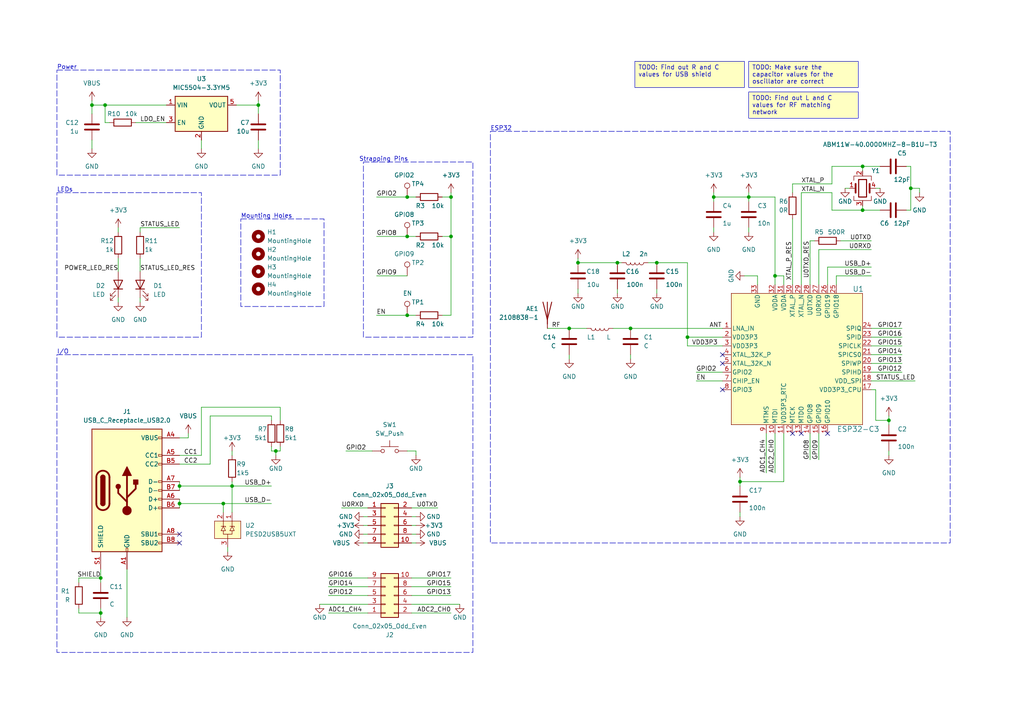
<source format=kicad_sch>
(kicad_sch (version 20230121) (generator eeschema)
  (paper "A4")
  (lib_symbols
    (symbol "Connector:TestPoint" (pin_numbers hide) (pin_names (offset 0.762) hide)
      (property "Reference" "TP" (at 0 6.858 0))
      (property "Value" "TestPoint" (at 0 5.08 0))
      (symbol "TestPoint_0_1"
        (circle (center 0 3.302) (radius 0.762))
      )
      (symbol "TestPoint_1_1"
        (pin passive line (at 0 0 90) (length 2.54) (name "1") (number "1"))
      )
    )
    (symbol "Connector:USB_C_Receptacle_USB2.0" (pin_names (offset 1.016))
      (property "Reference" "J" (at -10.16 19.05 0))
      (property "Value" "USB_C_Receptacle_USB2.0" (at 19.05 19.05 0))
      (symbol "USB_C_Receptacle_USB2.0_0_0"
        (rectangle (start -0.254 -17.78) (end 0.254 -16.764))
        (rectangle (start 10.16 -14.986) (end 9.144 -15.494))
        (rectangle (start 10.16 -12.446) (end 9.144 -12.954))
        (rectangle (start 10.16 -4.826) (end 9.144 -5.334))
        (rectangle (start 10.16 -2.286) (end 9.144 -2.794))
        (rectangle (start 10.16 0.254) (end 9.144 -0.254))
        (rectangle (start 10.16 2.794) (end 9.144 2.286))
        (rectangle (start 10.16 7.874) (end 9.144 7.366))
        (rectangle (start 10.16 10.414) (end 9.144 9.906))
        (rectangle (start 10.16 15.494) (end 9.144 14.986))
      )
      (symbol "USB_C_Receptacle_USB2.0_0_1"
        (rectangle (start -10.16 17.78) (end 10.16 -17.78) (stroke (width 0.254)) (fill (type background)))
        (arc (start -8.89 -3.81) (mid -6.985 -5.7067) (end -5.08 -3.81) (stroke (width 0.508)))
        (arc (start -7.62 -3.81) (mid -6.985 -4.4423) (end -6.35 -3.81) (stroke (width 0.254)))
        (arc (start -7.62 -3.81) (mid -6.985 -4.4423) (end -6.35 -3.81) (stroke (width 0.254)) (fill (type outline)))
        (rectangle (start -7.62 -3.81) (end -6.35 3.81) (stroke (width 0.254)) (fill (type outline)))
        (arc (start -6.35 3.81) (mid -6.985 4.4423) (end -7.62 3.81) (stroke (width 0.254)))
        (arc (start -6.35 3.81) (mid -6.985 4.4423) (end -7.62 3.81) (stroke (width 0.254)) (fill (type outline)))
        (arc (start -5.08 3.81) (mid -6.985 5.7067) (end -8.89 3.81) (stroke (width 0.508)))
        (circle (center -2.54 1.143) (radius 0.635) (stroke (width 0.254)) (fill (type outline)))
        (circle (center 0 -5.842) (radius 1.27) (fill (type outline)))
        (polyline (pts (xy -8.89 -3.81) (xy -8.89 3.81)) (stroke (width 0.508)))
        (polyline (pts (xy -5.08 3.81) (xy -5.08 -3.81)) (stroke (width 0.508)))
        (polyline (pts (xy 0 -5.842) (xy 0 4.318)) (stroke (width 0.508)))
        (polyline (pts (xy 0 -3.302) (xy -2.54 -0.762) (xy -2.54 0.508)) (stroke (width 0.508)))
        (polyline (pts (xy 0 -2.032) (xy 2.54 0.508) (xy 2.54 1.778)) (stroke (width 0.508)))
        (polyline (pts (xy -1.27 4.318) (xy 0 6.858) (xy 1.27 4.318) (xy -1.27 4.318)) (stroke (width 0.254)) (fill (type outline)))
        (rectangle (start 1.905 1.778) (end 3.175 3.048) (stroke (width 0.254)) (fill (type outline)))
      )
      (symbol "USB_C_Receptacle_USB2.0_1_1"
        (pin passive line (at 0 -22.86 90) (length 5.08) (name "GND") (number "A1"))
        (pin passive line (at 0 -22.86 90) (length 5.08) hide (name "GND") (number "A12"))
        (pin passive line (at 15.24 15.24 180) (length 5.08) (name "VBUS") (number "A4"))
        (pin bidirectional line (at 15.24 10.16 180) (length 5.08) (name "CC1") (number "A5"))
        (pin bidirectional line (at 15.24 -2.54 180) (length 5.08) (name "D+") (number "A6"))
        (pin bidirectional line (at 15.24 2.54 180) (length 5.08) (name "D-") (number "A7"))
        (pin bidirectional line (at 15.24 -12.7 180) (length 5.08) (name "SBU1") (number "A8"))
        (pin passive line (at 15.24 15.24 180) (length 5.08) hide (name "VBUS") (number "A9"))
        (pin passive line (at 0 -22.86 90) (length 5.08) hide (name "GND") (number "B1"))
        (pin passive line (at 0 -22.86 90) (length 5.08) hide (name "GND") (number "B12"))
        (pin passive line (at 15.24 15.24 180) (length 5.08) hide (name "VBUS") (number "B4"))
        (pin bidirectional line (at 15.24 7.62 180) (length 5.08) (name "CC2") (number "B5"))
        (pin bidirectional line (at 15.24 -5.08 180) (length 5.08) (name "D+") (number "B6"))
        (pin bidirectional line (at 15.24 0 180) (length 5.08) (name "D-") (number "B7"))
        (pin bidirectional line (at 15.24 -15.24 180) (length 5.08) (name "SBU2") (number "B8"))
        (pin passive line (at 15.24 15.24 180) (length 5.08) hide (name "VBUS") (number "B9"))
        (pin passive line (at -7.62 -22.86 90) (length 5.08) (name "SHIELD") (number "S1"))
      )
    )
    (symbol "Connector_Generic:Conn_02x05_Odd_Even" (pin_names (offset 1.016) hide)
      (property "Reference" "J" (at 1.27 7.62 0))
      (property "Value" "Conn_02x05_Odd_Even" (at 1.27 -7.62 0))
      (symbol "Conn_02x05_Odd_Even_1_1"
        (rectangle (start -1.27 -4.953) (end 0 -5.207) (stroke (width 0.1524)))
        (rectangle (start -1.27 -2.413) (end 0 -2.667) (stroke (width 0.1524)))
        (rectangle (start -1.27 0.127) (end 0 -0.127) (stroke (width 0.1524)))
        (rectangle (start -1.27 2.667) (end 0 2.413) (stroke (width 0.1524)))
        (rectangle (start -1.27 5.207) (end 0 4.953) (stroke (width 0.1524)))
        (rectangle (start -1.27 6.35) (end 3.81 -6.35) (stroke (width 0.254)) (fill (type background)))
        (rectangle (start 3.81 -4.953) (end 2.54 -5.207) (stroke (width 0.1524)))
        (rectangle (start 3.81 -2.413) (end 2.54 -2.667) (stroke (width 0.1524)))
        (rectangle (start 3.81 0.127) (end 2.54 -0.127) (stroke (width 0.1524)))
        (rectangle (start 3.81 2.667) (end 2.54 2.413) (stroke (width 0.1524)))
        (rectangle (start 3.81 5.207) (end 2.54 4.953) (stroke (width 0.1524)))
        (pin passive line (at -5.08 5.08 0) (length 3.81) (name "Pin_1") (number "1"))
        (pin passive line (at 7.62 -5.08 180) (length 3.81) (name "Pin_10") (number "10"))
        (pin passive line (at 7.62 5.08 180) (length 3.81) (name "Pin_2") (number "2"))
        (pin passive line (at -5.08 2.54 0) (length 3.81) (name "Pin_3") (number "3"))
        (pin passive line (at 7.62 2.54 180) (length 3.81) (name "Pin_4") (number "4"))
        (pin passive line (at -5.08 0 0) (length 3.81) (name "Pin_5") (number "5"))
        (pin passive line (at 7.62 0 180) (length 3.81) (name "Pin_6") (number "6"))
        (pin passive line (at -5.08 -2.54 0) (length 3.81) (name "Pin_7") (number "7"))
        (pin passive line (at 7.62 -2.54 180) (length 3.81) (name "Pin_8") (number "8"))
        (pin passive line (at -5.08 -5.08 0) (length 3.81) (name "Pin_9") (number "9"))
      )
    )
    (symbol "Device:Antenna" (pin_numbers hide) (pin_names (offset 1.016) hide)
      (property "Reference" "AE" (at -1.905 1.905 0))
      (property "Value" "Antenna" (at -1.905 0 0))
      (symbol "Antenna_0_1"
        (polyline (pts (xy 0 2.54) (xy 0 -3.81)) (stroke (width 0.254)))
        (polyline (pts (xy 1.27 2.54) (xy 0 -2.54) (xy -1.27 2.54)) (stroke (width 0.254)))
      )
      (symbol "Antenna_1_1"
        (pin input line (at 0 -5.08 90) (length 2.54) (name "A") (number "1"))
      )
    )
    (symbol "Device:C" (pin_numbers hide) (pin_names (offset 0.254))
      (property "Reference" "C" (at 0.635 2.54 0))
      (property "Value" "C" (at 0.635 -2.54 0))
      (symbol "C_0_1"
        (polyline (pts (xy -2.032 -0.762) (xy 2.032 -0.762)) (stroke (width 0.508)))
        (polyline (pts (xy -2.032 0.762) (xy 2.032 0.762)) (stroke (width 0.508)))
      )
      (symbol "C_1_1"
        (pin passive line (at 0 3.81 270) (length 2.794) (name "~") (number "1"))
        (pin passive line (at 0 -3.81 90) (length 2.794) (name "~") (number "2"))
      )
    )
    (symbol "Device:Crystal_GND23" (pin_names (offset 1.016) hide)
      (property "Reference" "Y" (at 3.175 5.08 0))
      (property "Value" "Crystal_GND23" (at 3.175 3.175 0))
      (symbol "Crystal_GND23_0_1"
        (rectangle (start -1.143 2.54) (end 1.143 -2.54) (stroke (width 0.3048)))
        (polyline (pts (xy -2.54 0) (xy -2.032 0)))
        (polyline (pts (xy -2.032 -1.27) (xy -2.032 1.27)) (stroke (width 0.508)))
        (polyline (pts (xy 0 -3.81) (xy 0 -3.556)))
        (polyline (pts (xy 0 3.556) (xy 0 3.81)))
        (polyline (pts (xy 2.032 -1.27) (xy 2.032 1.27)) (stroke (width 0.508)))
        (polyline (pts (xy 2.032 0) (xy 2.54 0)))
        (polyline (pts (xy -2.54 -2.286) (xy -2.54 -3.556) (xy 2.54 -3.556) (xy 2.54 -2.286)))
        (polyline (pts (xy -2.54 2.286) (xy -2.54 3.556) (xy 2.54 3.556) (xy 2.54 2.286)))
      )
      (symbol "Crystal_GND23_1_1"
        (pin passive line (at -3.81 0 0) (length 1.27) (name "1") (number "1"))
        (pin passive line (at 0 5.08 270) (length 1.27) (name "2") (number "2"))
        (pin passive line (at 0 -5.08 90) (length 1.27) (name "3") (number "3"))
        (pin passive line (at 3.81 0 180) (length 1.27) (name "4") (number "4"))
      )
    )
    (symbol "Device:L" (pin_numbers hide) (pin_names (offset 1.016) hide)
      (property "Reference" "L" (at -1.27 0 90))
      (property "Value" "L" (at 1.905 0 90))
      (symbol "L_0_1"
        (arc (start 0 -2.54) (mid 0.6323 -1.905) (end 0 -1.27))
        (arc (start 0 -1.27) (mid 0.6323 -0.635) (end 0 0))
        (arc (start 0 0) (mid 0.6323 0.635) (end 0 1.27))
        (arc (start 0 1.27) (mid 0.6323 1.905) (end 0 2.54))
      )
      (symbol "L_1_1"
        (pin passive line (at 0 3.81 270) (length 1.27) (name "1") (number "1"))
        (pin passive line (at 0 -3.81 90) (length 1.27) (name "2") (number "2"))
      )
    )
    (symbol "Device:LED" (pin_numbers hide) (pin_names (offset 1.016) hide)
      (property "Reference" "D" (at 0 2.54 0))
      (property "Value" "LED" (at 0 -2.54 0))
      (symbol "LED_0_1"
        (polyline (pts (xy -1.27 -1.27) (xy -1.27 1.27)) (stroke (width 0.254)))
        (polyline (pts (xy -1.27 0) (xy 1.27 0)))
        (polyline (pts (xy 1.27 -1.27) (xy 1.27 1.27) (xy -1.27 0) (xy 1.27 -1.27)) (stroke (width 0.254)))
        (polyline (pts (xy -3.048 -0.762) (xy -4.572 -2.286) (xy -3.81 -2.286) (xy -4.572 -2.286) (xy -4.572 -1.524)))
        (polyline (pts (xy -1.778 -0.762) (xy -3.302 -2.286) (xy -2.54 -2.286) (xy -3.302 -2.286) (xy -3.302 -1.524)))
      )
      (symbol "LED_1_1"
        (pin passive line (at -3.81 0 0) (length 2.54) (name "K") (number "1"))
        (pin passive line (at 3.81 0 180) (length 2.54) (name "A") (number "2"))
      )
    )
    (symbol "Device:R" (pin_numbers hide) (pin_names (offset 0))
      (property "Reference" "R" (at 2.032 0 90))
      (property "Value" "R" (at 0 0 90))
      (symbol "R_0_1"
        (rectangle (start -1.016 -2.54) (end 1.016 2.54) (stroke (width 0.254)))
      )
      (symbol "R_1_1"
        (pin passive line (at 0 3.81 270) (length 1.27) (name "~") (number "1"))
        (pin passive line (at 0 -3.81 90) (length 1.27) (name "~") (number "2"))
      )
    )
    (symbol "Mechanical:MountingHole" (pin_names (offset 1.016))
      (property "Reference" "H" (at 0 5.08 0))
      (property "Value" "MountingHole" (at 0 3.175 0))
      (symbol "MountingHole_0_1"
        (circle (center 0 0) (radius 1.27) (stroke (width 1.27)))
      )
    )
    (symbol "Regulator_Linear:MIC5504-3.3YM5"
      (property "Reference" "U" (at -7.62 8.89 0))
      (property "Value" "MIC5504-3.3YM5" (at -7.62 6.35 0))
      (symbol "MIC5504-3.3YM5_0_1"
        (rectangle (start -7.62 -5.08) (end 7.62 5.08) (stroke (width 0.254)) (fill (type background)))
      )
      (symbol "MIC5504-3.3YM5_1_1"
        (pin power_in line (at -10.16 2.54 0) (length 2.54) (name "VIN") (number "1"))
        (pin power_in line (at 0 -7.62 90) (length 2.54) (name "GND") (number "2"))
        (pin input line (at -10.16 -2.54 0) (length 2.54) (name "EN") (number "3"))
        (pin no_connect line (at 7.62 -2.54 180) (length 2.54) hide (name "NC") (number "4"))
        (pin power_out line (at 10.16 2.54 180) (length 2.54) (name "VOUT") (number "5"))
      )
    )
    (symbol "Switch:SW_Push" (pin_numbers hide) (pin_names (offset 1.016) hide)
      (property "Reference" "SW" (at 1.27 2.54 0))
      (property "Value" "SW_Push" (at 0 -1.524 0))
      (symbol "SW_Push_0_1"
        (circle (center -2.032 0) (radius 0.508))
        (polyline (pts (xy 0 1.27) (xy 0 3.048)))
        (polyline (pts (xy 2.54 1.27) (xy -2.54 1.27)))
        (circle (center 2.032 0) (radius 0.508))
        (pin passive line (at -5.08 0 0) (length 2.54) (name "1") (number "1"))
        (pin passive line (at 5.08 0 180) (length 2.54) (name "2") (number "2"))
      )
    )
    (symbol "encyclopedia_galactica:ESP32-C3" (pin_names (offset 0.254))
      (property "Reference" "U" (at 0 43.18 0))
      (property "Value" "ESP32-C3" (at 0 40.64 0))
      (symbol "ESP32-C3_0_1"
        (pin bidirectional line (at -21.59 8.89 0) (length 2.54) (name "LNA_IN") (number "1"))
        (pin bidirectional line (at -6.35 -21.59 90) (length 2.54) (name "MTDI") (number "10"))
        (pin power_in line (at -3.81 -21.59 90) (length 2.54) (name "VDD3P3_RTC") (number "11"))
        (pin bidirectional line (at -1.27 -21.59 90) (length 2.54) (name "MTCK") (number "12"))
        (pin bidirectional line (at 1.27 -21.59 90) (length 2.54) (name "MTDO") (number "13"))
        (pin bidirectional line (at 3.81 -21.59 90) (length 2.54) (name "GPIO8") (number "14"))
        (pin bidirectional line (at 6.35 -21.59 90) (length 2.54) (name "GPIO9") (number "15"))
        (pin bidirectional line (at 8.89 -21.59 90) (length 2.54) (name "GPIO10") (number "16"))
        (pin power_in line (at 21.59 -8.89 180) (length 2.54) (name "VDD3P3_CPU") (number "17"))
        (pin power_in line (at 21.59 -6.35 180) (length 2.54) (name "VDD_SPI") (number "18"))
        (pin bidirectional line (at 21.59 -3.81 180) (length 2.54) (name "SPIHD") (number "19"))
        (pin power_in line (at -21.59 6.35 0) (length 2.54) (name "VDD3P3") (number "2"))
        (pin bidirectional line (at 21.59 -1.27 180) (length 2.54) (name "SPIWP") (number "20"))
        (pin bidirectional line (at 21.59 1.27 180) (length 2.54) (name "SPICS0") (number "21"))
        (pin bidirectional line (at 21.59 3.81 180) (length 2.54) (name "SPICLK") (number "22"))
        (pin bidirectional line (at 21.59 6.35 180) (length 2.54) (name "SPID") (number "23"))
        (pin bidirectional line (at 21.59 8.89 180) (length 2.54) (name "SPIQ") (number "24"))
        (pin bidirectional line (at 11.43 21.59 270) (length 2.54) (name "GPIO18") (number "25"))
        (pin bidirectional line (at 8.89 21.59 270) (length 2.54) (name "GPIO19") (number "26"))
        (pin bidirectional line (at 6.35 21.59 270) (length 2.54) (name "U0RXD") (number "27"))
        (pin bidirectional line (at 3.81 21.59 270) (length 2.54) (name "U0TXD") (number "28"))
        (pin output line (at 1.27 21.59 270) (length 2.54) (name "XTAL_N") (number "29"))
        (pin power_in line (at -21.59 3.81 0) (length 2.54) (name "VDD3P3") (number "3"))
        (pin input line (at -1.27 21.59 270) (length 2.54) (name "XTAL_P") (number "30"))
        (pin power_in line (at -3.81 21.59 270) (length 2.54) (name "VDDA") (number "31"))
        (pin power_in line (at -6.35 21.59 270) (length 2.54) (name "VDDA") (number "32"))
        (pin power_out line (at -11.43 21.59 270) (length 2.54) (name "GND") (number "33"))
        (pin bidirectional line (at -21.59 1.27 0) (length 2.54) (name "XTAL_32K_P") (number "4"))
        (pin bidirectional line (at -21.59 -1.27 0) (length 2.54) (name "XTAL_32K_N") (number "5"))
        (pin bidirectional line (at -21.59 -3.81 0) (length 2.54) (name "GPIO2") (number "6"))
        (pin input line (at -21.59 -6.35 0) (length 2.54) (name "CHIP_EN") (number "7"))
        (pin bidirectional line (at -21.59 -8.89 0) (length 2.54) (name "GPIO3") (number "8"))
        (pin bidirectional line (at -8.89 -21.59 90) (length 2.54) (name "MTMS") (number "9"))
      )
      (symbol "ESP32-C3_1_1"
        (rectangle (start -19.05 19.05) (end 19.05 -19.05) (fill (type background)))
      )
    )
    (symbol "encyclopedia_galactica:PESD2USB5UXT"
      (property "Reference" "U" (at 0 24.13 0))
      (property "Value" "PESD2USB5UXT" (at 0 21.59 0))
      (symbol "PESD2USB5UXT_1_1"
        (rectangle (start -3.81 2.54) (end 3.81 -2.54) (fill (type background)))
        (polyline (pts (xy -1.905 1.016) (xy -0.635 1.016)))
        (polyline (pts (xy -1.27 1.016) (xy -1.27 2.54)))
        (polyline (pts (xy -0.635 1.016) (xy -0.635 0.762)))
        (polyline (pts (xy 0 -1.27) (xy 0 -2.54)))
        (polyline (pts (xy 0.635 1.016) (xy 1.905 1.016)))
        (polyline (pts (xy 1.27 1.016) (xy 1.27 2.54)))
        (polyline (pts (xy 1.905 1.016) (xy 1.905 0.762)))
        (polyline (pts (xy -1.905 -0.254) (xy -1.27 1.016) (xy -0.635 -0.254) (xy -1.905 -0.254)))
        (polyline (pts (xy -1.27 -0.254) (xy -1.27 -1.27) (xy 1.27 -1.27) (xy 1.27 -0.254)))
        (polyline (pts (xy 0.635 -0.254) (xy 1.27 1.016) (xy 1.905 -0.254) (xy 0.635 -0.254)))
        (pin open_collector line (at 1.27 5.08 270) (length 2.54) (name "") (number "1"))
        (pin open_collector line (at -1.27 5.08 270) (length 2.54) (name "") (number "2"))
        (pin power_out line (at 0 -5.08 90) (length 2.54) (name "") (number "3"))
      )
    )
    (symbol "power:+3V3" (power) (pin_names (offset 0))
      (property "Value" "+3V3" (at 0 3.556 0))
      (symbol "+3V3_0_1"
        (polyline (pts (xy -0.762 1.27) (xy 0 2.54)))
        (polyline (pts (xy 0 0) (xy 0 2.54)))
        (polyline (pts (xy 0 2.54) (xy 0.762 1.27)))
      )
      (symbol "+3V3_1_1"
        (pin power_in line (at 0 0 90) (length 0) hide (name "+3V3") (number "1"))
      )
    )
    (symbol "power:GND" (power) (pin_names (offset 0))
      (property "Value" "GND" (at 0 -3.81 0))
      (symbol "GND_0_1"
        (polyline (pts (xy 0 0) (xy 0 -1.27) (xy 1.27 -1.27) (xy 0 -2.54) (xy -1.27 -1.27) (xy 0 -1.27)))
      )
      (symbol "GND_1_1"
        (pin power_in line (at 0 0 270) (length 0) hide (name "GND") (number "1"))
      )
    )
    (symbol "power:VBUS" (power) (pin_names (offset 0))
      (property "Value" "VBUS" (at 0 3.81 0))
      (symbol "VBUS_0_1"
        (polyline (pts (xy -0.762 1.27) (xy 0 2.54)))
        (polyline (pts (xy 0 0) (xy 0 2.54)))
        (polyline (pts (xy 0 2.54) (xy 0.762 1.27)))
      )
      (symbol "VBUS_1_1"
        (pin power_in line (at 0 0 90) (length 0) hide (name "VBUS") (number "1"))
      )
    )
  )
  (junction (at 26.67 30.48))
  (junction (at 64.77 146.05))
  (junction (at 182.88 95.25))
  (junction (at 224.79 80.01))
  (junction (at 167.64 76.2))
  (junction (at 118.11 68.58))
  (junction (at 130.81 57.15))
  (junction (at 74.93 30.48))
  (junction (at 207.01 57.15))
  (junction (at 179.07 76.2))
  (junction (at 29.21 167.64))
  (junction (at 214.63 139.7))
  (junction (at 217.17 57.15))
  (junction (at 30.48 30.48))
  (junction (at 80.01 130.81))
  (junction (at 118.11 57.15))
  (junction (at 67.31 140.97))
  (junction (at 52.07 146.05))
  (junction (at 118.11 91.44))
  (junction (at 190.5 76.2))
  (junction (at 257.81 121.92))
  (junction (at 264.16 54.61))
  (junction (at 130.81 68.58))
  (junction (at 250.19 48.26))
  (junction (at 29.21 177.8))
  (junction (at 199.39 97.79))
  (junction (at 52.07 140.97))
  (junction (at 165.1 95.25))
  (junction (at 250.19 60.96))
  (no_connect (at 240.03 125.73))
  (no_connect (at 209.55 113.03))
  (no_connect (at 209.55 102.87))
  (no_connect (at 52.07 154.94))
  (no_connect (at 229.87 125.73))
  (no_connect (at 52.07 157.48))
  (no_connect (at 232.41 125.73))
  (no_connect (at 209.55 105.41))
  (wire (pts (xy 52.07 144.78) (xy 52.07 146.05)))
  (wire (pts (xy 30.48 30.48) (xy 48.26 30.48)))
  (wire (pts (xy 252.73 95.25) (xy 261.62 95.25)))
  (wire (pts (xy 66.04 158.75) (xy 66.04 160.02)))
  (wire (pts (xy 40.64 86.36) (xy 40.64 87.63)))
  (wire (pts (xy 234.95 69.85) (xy 234.95 82.55)))
  (wire (pts (xy 118.11 57.15) (xy 109.22 57.15)))
  (wire (pts (xy 201.93 107.95) (xy 209.55 107.95)))
  (wire (pts (xy 52.07 146.05) (xy 64.77 146.05)))
  (wire (pts (xy 64.77 146.05) (xy 64.77 148.59)))
  (wire (pts (xy 266.7 54.61) (xy 264.16 54.61)))
  (wire (pts (xy 22.86 168.91) (xy 22.86 167.64)))
  (wire (pts (xy 127 147.32) (xy 119.38 147.32)))
  (wire (pts (xy 217.17 66.04) (xy 217.17 67.31)))
  (wire (pts (xy 252.73 100.33) (xy 261.62 100.33)))
  (wire (pts (xy 167.64 76.2) (xy 179.07 76.2)))
  (wire (pts (xy 118.11 130.81) (xy 120.65 130.81)))
  (wire (pts (xy 29.21 165.1) (xy 29.21 167.64)))
  (wire (pts (xy 229.87 53.34) (xy 241.3 53.34)))
  (wire (pts (xy 252.73 97.79) (xy 261.62 97.79)))
  (wire (pts (xy 120.65 57.15) (xy 118.11 57.15)))
  (wire (pts (xy 52.07 139.7) (xy 52.07 140.97)))
  (wire (pts (xy 252.73 72.39) (xy 237.49 72.39)))
  (wire (pts (xy 224.79 57.15) (xy 224.79 80.01)))
  (wire (pts (xy 250.19 48.26) (xy 250.19 49.53)))
  (wire (pts (xy 254 121.92) (xy 254 113.03)))
  (wire (pts (xy 241.3 60.96) (xy 241.3 55.88)))
  (wire (pts (xy 240.03 77.47) (xy 240.03 82.55)))
  (wire (pts (xy 119.38 170.18) (xy 130.81 170.18)))
  (wire (pts (xy 52.07 66.04) (xy 40.64 66.04)))
  (wire (pts (xy 36.83 165.1) (xy 36.83 179.07)))
  (wire (pts (xy 26.67 30.48) (xy 30.48 30.48)))
  (wire (pts (xy 54.61 127) (xy 54.61 125.73)))
  (wire (pts (xy 52.07 146.05) (xy 52.07 147.32)))
  (wire (pts (xy 52.07 132.08) (xy 58.42 132.08)))
  (wire (pts (xy 246.38 54.61) (xy 245.11 54.61)))
  (wire (pts (xy 179.07 83.82) (xy 179.07 85.09)))
  (wire (pts (xy 232.41 55.88) (xy 232.41 82.55)))
  (wire (pts (xy 99.06 147.32) (xy 106.68 147.32)))
  (wire (pts (xy 81.28 129.54) (xy 81.28 130.81)))
  (wire (pts (xy 105.41 152.4) (xy 106.68 152.4)))
  (wire (pts (xy 67.31 139.7) (xy 67.31 140.97)))
  (wire (pts (xy 182.88 95.25) (xy 209.55 95.25)))
  (wire (pts (xy 78.74 120.65) (xy 78.74 121.92)))
  (wire (pts (xy 214.63 139.7) (xy 214.63 138.43)))
  (wire (pts (xy 119.38 172.72) (xy 130.81 172.72)))
  (wire (pts (xy 29.21 177.8) (xy 29.21 176.53)))
  (wire (pts (xy 257.81 120.65) (xy 257.81 121.92)))
  (wire (pts (xy 119.38 177.8) (xy 130.81 177.8)))
  (wire (pts (xy 167.64 83.82) (xy 167.64 85.09)))
  (wire (pts (xy 242.57 80.01) (xy 252.73 80.01)))
  (wire (pts (xy 34.29 66.04) (xy 34.29 67.31)))
  (wire (pts (xy 39.37 35.56) (xy 48.26 35.56)))
  (wire (pts (xy 67.31 140.97) (xy 78.74 140.97)))
  (wire (pts (xy 118.11 68.58) (xy 109.22 68.58)))
  (wire (pts (xy 224.79 125.73) (xy 224.79 137.16)))
  (wire (pts (xy 52.07 140.97) (xy 67.31 140.97)))
  (wire (pts (xy 254 121.92) (xy 257.81 121.92)))
  (wire (pts (xy 207.01 55.88) (xy 207.01 57.15)))
  (wire (pts (xy 118.11 80.01) (xy 109.22 80.01)))
  (wire (pts (xy 224.79 80.01) (xy 227.33 80.01)))
  (wire (pts (xy 241.3 48.26) (xy 241.3 53.34)))
  (wire (pts (xy 232.41 55.88) (xy 241.3 55.88)))
  (wire (pts (xy 190.5 83.82) (xy 190.5 85.09)))
  (wire (pts (xy 105.41 157.48) (xy 106.68 157.48)))
  (wire (pts (xy 165.1 95.25) (xy 170.18 95.25)))
  (wire (pts (xy 255.27 60.96) (xy 250.19 60.96)))
  (wire (pts (xy 120.65 130.81) (xy 120.65 132.08)))
  (wire (pts (xy 130.81 91.44) (xy 128.27 91.44)))
  (wire (pts (xy 262.89 60.96) (xy 264.16 60.96)))
  (wire (pts (xy 201.93 110.49) (xy 209.55 110.49)))
  (wire (pts (xy 95.25 167.64) (xy 106.68 167.64)))
  (wire (pts (xy 119.38 157.48) (xy 120.65 157.48)))
  (wire (pts (xy 92.71 175.26) (xy 106.68 175.26)))
  (wire (pts (xy 31.75 35.56) (xy 30.48 35.56)))
  (wire (pts (xy 229.87 63.5) (xy 229.87 82.55)))
  (wire (pts (xy 257.81 130.81) (xy 257.81 132.08)))
  (wire (pts (xy 100.33 130.81) (xy 107.95 130.81)))
  (wire (pts (xy 199.39 76.2) (xy 190.5 76.2)))
  (wire (pts (xy 118.11 91.44) (xy 109.22 91.44)))
  (wire (pts (xy 242.57 80.01) (xy 242.57 82.55)))
  (wire (pts (xy 29.21 177.8) (xy 29.21 179.07)))
  (wire (pts (xy 264.16 48.26) (xy 262.89 48.26)))
  (wire (pts (xy 81.28 118.11) (xy 81.28 121.92)))
  (wire (pts (xy 67.31 130.81) (xy 67.31 132.08)))
  (wire (pts (xy 68.58 30.48) (xy 74.93 30.48)))
  (wire (pts (xy 229.87 53.34) (xy 229.87 55.88)))
  (wire (pts (xy 105.41 154.94) (xy 106.68 154.94)))
  (wire (pts (xy 40.64 74.93) (xy 40.64 78.74)))
  (wire (pts (xy 52.07 140.97) (xy 52.07 142.24)))
  (wire (pts (xy 80.01 130.81) (xy 80.01 132.08)))
  (wire (pts (xy 250.19 60.96) (xy 250.19 59.69)))
  (wire (pts (xy 67.31 140.97) (xy 67.31 148.59)))
  (wire (pts (xy 222.25 125.73) (xy 222.25 137.16)))
  (wire (pts (xy 34.29 74.93) (xy 34.29 78.74)))
  (wire (pts (xy 130.81 68.58) (xy 128.27 68.58)))
  (wire (pts (xy 207.01 57.15) (xy 217.17 57.15)))
  (wire (pts (xy 133.35 175.26) (xy 119.38 175.26)))
  (wire (pts (xy 187.96 76.2) (xy 190.5 76.2)))
  (wire (pts (xy 74.93 40.64) (xy 74.93 43.18)))
  (wire (pts (xy 237.49 125.73) (xy 237.49 133.35)))
  (wire (pts (xy 58.42 132.08) (xy 58.42 118.11)))
  (wire (pts (xy 214.63 139.7) (xy 227.33 139.7)))
  (wire (pts (xy 119.38 149.86) (xy 120.65 149.86)))
  (wire (pts (xy 252.73 105.41) (xy 261.62 105.41)))
  (wire (pts (xy 214.63 148.59) (xy 214.63 149.86)))
  (wire (pts (xy 58.42 118.11) (xy 81.28 118.11)))
  (wire (pts (xy 177.8 95.25) (xy 182.88 95.25)))
  (wire (pts (xy 74.93 29.21) (xy 74.93 30.48)))
  (wire (pts (xy 182.88 102.87) (xy 182.88 104.14)))
  (wire (pts (xy 119.38 152.4) (xy 120.65 152.4)))
  (wire (pts (xy 118.11 68.58) (xy 120.65 68.58)))
  (wire (pts (xy 254 113.03) (xy 252.73 113.03)))
  (wire (pts (xy 22.86 177.8) (xy 29.21 177.8)))
  (wire (pts (xy 243.84 69.85) (xy 252.73 69.85)))
  (wire (pts (xy 257.81 121.92) (xy 257.81 123.19)))
  (wire (pts (xy 234.95 125.73) (xy 234.95 133.35)))
  (wire (pts (xy 95.25 170.18) (xy 106.68 170.18)))
  (wire (pts (xy 22.86 176.53) (xy 22.86 177.8)))
  (wire (pts (xy 119.38 167.64) (xy 130.81 167.64)))
  (wire (pts (xy 217.17 57.15) (xy 224.79 57.15)))
  (wire (pts (xy 74.93 33.02) (xy 74.93 30.48)))
  (wire (pts (xy 105.41 149.86) (xy 106.68 149.86)))
  (wire (pts (xy 264.16 60.96) (xy 264.16 54.61)))
  (wire (pts (xy 22.86 167.64) (xy 29.21 167.64)))
  (wire (pts (xy 199.39 100.33) (xy 199.39 97.79)))
  (wire (pts (xy 130.81 57.15) (xy 130.81 68.58)))
  (wire (pts (xy 52.07 134.62) (xy 60.96 134.62)))
  (wire (pts (xy 179.07 76.2) (xy 180.34 76.2)))
  (wire (pts (xy 78.74 129.54) (xy 78.74 130.81)))
  (wire (pts (xy 26.67 29.21) (xy 26.67 30.48)))
  (wire (pts (xy 252.73 77.47) (xy 240.03 77.47)))
  (wire (pts (xy 64.77 146.05) (xy 78.74 146.05)))
  (wire (pts (xy 165.1 102.87) (xy 165.1 104.14)))
  (wire (pts (xy 252.73 102.87) (xy 261.62 102.87)))
  (wire (pts (xy 264.16 54.61) (xy 264.16 48.26)))
  (wire (pts (xy 29.21 167.64) (xy 29.21 168.91)))
  (wire (pts (xy 52.07 127) (xy 54.61 127)))
  (wire (pts (xy 217.17 55.88) (xy 217.17 57.15)))
  (wire (pts (xy 130.81 55.88) (xy 130.81 57.15)))
  (wire (pts (xy 227.33 80.01) (xy 227.33 82.55)))
  (wire (pts (xy 58.42 40.64) (xy 58.42 43.18)))
  (wire (pts (xy 241.3 60.96) (xy 250.19 60.96)))
  (wire (pts (xy 207.01 66.04) (xy 207.01 67.31)))
  (wire (pts (xy 130.81 57.15) (xy 128.27 57.15)))
  (wire (pts (xy 224.79 80.01) (xy 224.79 82.55)))
  (wire (pts (xy 214.63 140.97) (xy 214.63 139.7)))
  (wire (pts (xy 80.01 130.81) (xy 81.28 130.81)))
  (wire (pts (xy 217.17 57.15) (xy 217.17 58.42)))
  (wire (pts (xy 250.19 48.26) (xy 241.3 48.26)))
  (wire (pts (xy 266.7 55.88) (xy 266.7 54.61)))
  (wire (pts (xy 95.25 172.72) (xy 106.68 172.72)))
  (wire (pts (xy 255.27 48.26) (xy 250.19 48.26)))
  (wire (pts (xy 252.73 107.95) (xy 261.62 107.95)))
  (wire (pts (xy 120.65 91.44) (xy 118.11 91.44)))
  (wire (pts (xy 130.81 68.58) (xy 130.81 91.44)))
  (wire (pts (xy 78.74 130.81) (xy 80.01 130.81)))
  (wire (pts (xy 199.39 97.79) (xy 199.39 76.2)))
  (wire (pts (xy 119.38 154.94) (xy 120.65 154.94)))
  (wire (pts (xy 158.75 95.25) (xy 165.1 95.25)))
  (wire (pts (xy 252.73 110.49) (xy 265.43 110.49)))
  (wire (pts (xy 26.67 30.48) (xy 26.67 33.02)))
  (wire (pts (xy 60.96 134.62) (xy 60.96 120.65)))
  (wire (pts (xy 237.49 72.39) (xy 237.49 82.55)))
  (wire (pts (xy 95.25 177.8) (xy 106.68 177.8)))
  (wire (pts (xy 255.27 54.61) (xy 254 54.61)))
  (wire (pts (xy 26.67 40.64) (xy 26.67 43.18)))
  (wire (pts (xy 60.96 120.65) (xy 78.74 120.65)))
  (wire (pts (xy 199.39 97.79) (xy 209.55 97.79)))
  (wire (pts (xy 234.95 69.85) (xy 236.22 69.85)))
  (wire (pts (xy 40.64 66.04) (xy 40.64 67.31)))
  (wire (pts (xy 209.55 100.33) (xy 199.39 100.33)))
  (wire (pts (xy 219.71 80.01) (xy 219.71 82.55)))
  (wire (pts (xy 167.64 74.93) (xy 167.64 76.2)))
  (wire (pts (xy 30.48 35.56) (xy 30.48 30.48)))
  (wire (pts (xy 34.29 86.36) (xy 34.29 87.63)))
  (wire (pts (xy 207.01 57.15) (xy 207.01 58.42)))
  (wire (pts (xy 227.33 125.73) (xy 227.33 139.7)))
  (wire (pts (xy 215.9 80.01) (xy 219.71 80.01)))
  (rectangle (start 16.51 20.32) (end 81.28 50.8) (stroke (width 0) (type dash)))
  (rectangle (start 69.85 63.5) (end 93.98 88.9) (stroke (width 0) (type dash)))
  (rectangle (start 105.41 46.99) (end 137.16 97.79) (stroke (width 0) (type dash)))
  (rectangle (start 16.51 102.87) (end 137.16 189.23) (stroke (width 0) (type dash)))
  (rectangle (start 16.51 55.88) (end 58.42 97.79) (stroke (width 0) (type dash)))
  (rectangle (start 142.24 38.1) (end 275.59 157.48) (stroke (width 0) (type dash)))
  (text_box "TODO: Find out L and C values for RF matching network" (at 217.17 26.67 0) (size 31.75 7.62) (fill (type color) (color 255 255 194 1)) (effects (font (size 1.27 1.27)) (justify left top)))
  (text_box "TODO: Find out R and C values for USB shield" (at 184.15 17.78 0) (size 31.75 7.62) (fill (type color) (color 255 255 194 1)) (effects (font (size 1.27 1.27)) (justify left top)))
  (text_box "TODO: Make sure the capacitor values for the oscillator are correct" (at 217.17 17.78 0) (size 31.75 7.62) (fill (type color) (color 255 255 194 1)) (effects (font (size 1.27 1.27)) (justify left top)))
  (text "ESP32" (at 142.24 38.1 0) (effects (font (size 1.27 1.27)) (justify left bottom)))
  (text "I/O" (at 16.51 102.87 0) (effects (font (size 1.27 1.27)) (justify left bottom)))
  (text "Mounting Holes" (at 69.85 63.5 0) (effects (font (size 1.27 1.27)) (justify left bottom)))
  (text "Power" (at 16.51 20.32 0) (effects (font (size 1.27 1.27)) (justify left bottom)))
  (text "Strapping Pins" (at 104.14 46.99 0) (effects (font (size 1.27 1.27)) (justify left bottom)))
  (text "LEDs" (at 16.51 55.88 0) (effects (font (size 1.27 1.27)) (justify left bottom)))
  (label "ADC1_CH4" (at 222.25 137.16 90))
  (label "U0RXD" (at 99.06 147.32 0))
  (label "GPIO2" (at 100.33 130.81 0))
  (label "USB_D-" (at 78.74 146.05 180))
  (label "GPIO12" (at 95.25 172.72 0))
  (label "EN" (at 201.93 110.49 0))
  (label "GPIO16" (at 95.25 167.64 0))
  (label "GPIO13" (at 130.81 172.72 180))
  (label "USB_D+" (at 78.74 140.97 180))
  (label "SHIELD" (at 29.21 167.64 180))
  (label "ADC1_CH4" (at 95.25 177.8 0))
  (label "USB_D+" (at 252.73 77.47 180))
  (label "GPIO2" (at 109.22 57.15 0))
  (label "LDO_EN" (at 40.64 35.56 0))
  (label "GPIO14" (at 261.62 102.87 180))
  (label "GPIO9" (at 237.49 133.35 90))
  (label "STATUS_LED" (at 265.43 110.49 180))
  (label "GPIO17" (at 261.62 95.25 180))
  (label "GPIO14" (at 95.25 170.18 0))
  (label "U0TXD" (at 127 147.32 180))
  (label "ADC2_CH0" (at 224.79 137.16 90))
  (label "STATUS_LED_RES" (at 40.64 78.74 0))
  (label "U0RXD" (at 252.73 72.39 180))
  (label "VDD3P3" (at 200.66 100.33 0))
  (label "ANT" (at 205.74 95.25 0))
  (label "CC1" (at 53.34 132.08 0))
  (label "USB_D-" (at 252.73 80.01 180))
  (label "GPIO12" (at 261.62 107.95 180))
  (label "XTAL_P" (at 232.41 53.34 0))
  (label "U0TXD" (at 252.73 69.85 180))
  (label "GPIO9" (at 109.22 80.01 0))
  (label "XTAL_P_RES" (at 229.87 81.28 90))
  (label "GPIO15" (at 130.81 170.18 180))
  (label "XTAL_N" (at 232.41 55.88 0))
  (label "GPIO16" (at 261.62 97.79 180))
  (label "RF" (at 160.02 95.25 0))
  (label "U0TXD_RES" (at 234.95 69.85 270))
  (label "EN" (at 109.22 91.44 0))
  (label "GPIO8" (at 109.22 68.58 0))
  (label "GPIO13" (at 261.62 105.41 180))
  (label "GPIO17" (at 130.81 167.64 180))
  (label "GPIO2" (at 201.93 107.95 0))
  (label "ADC2_CH0" (at 130.81 177.8 180))
  (label "STATUS_LED" (at 52.07 66.04 180))
  (label "CC2" (at 53.34 134.62 0))
  (label "POWER_LED_RES" (at 34.29 78.74 180))
  (label "GPIO15" (at 261.62 100.33 180))
  (label "GPIO8" (at 234.95 133.35 90))
  (symbol (lib_id "power:GND") (at 245.11 54.61 0) (mirror y) (unit 1)
    (property "Reference" "#PWR03" (effects hide))
    (property "Value" "GND" (at 245.11 58.42 0))
  )
  (symbol (lib_id "Connector:USB_C_Receptacle_USB2.0") (at 36.83 142.24 0) (unit 1)
    (property "Reference" "J1" (at 36.83 119.38 0))
    (property "Value" "USB_C_Receptacle_USB2.0" (at 36.83 121.92 0))
    (property "Footprint" "Connector_USB:USB_C_Receptacle_GCT_USB4105-xx-A_16P_TopMnt_Horizontal" (effects hide))
    (property "Datasheet" "https://www.usb.org/sites/default/files/documents/usb_type-c.zip" (effects hide))
  )
  (symbol (lib_id "Device:LED") (at 34.29 82.55 270) (mirror x) (unit 1)
    (property "Reference" "D2" (at 30.48 82.8675 90) (effects (justify right)))
    (property "Value" "LED" (at 30.48 85.4075 90) (effects (justify right)))
    (property "Footprint" "LED_SMD:LED_0603_1608Metric" (effects hide))
  )
  (symbol (lib_id "power:+3V3") (at 34.29 66.04 0) (mirror y) (unit 1)
    (property "Reference" "#PWR044" (effects hide))
    (property "Value" "+3V3" (at 34.29 60.96 0))
  )
  (symbol (lib_id "Device:R") (at 229.87 59.69 0) (mirror y) (unit 1)
    (property "Reference" "R6" (at 228.6 58.42 0) (effects (justify left)))
    (property "Value" "0R" (at 228.6 60.96 0) (effects (justify left)))
    (property "Footprint" "Resistor_SMD:R_0402_1005Metric" (effects hide))
  )
  (symbol (lib_id "power:+3V3") (at 67.31 130.81 0) (unit 1)
    (property "Reference" "#PWR038" (effects hide))
    (property "Value" "+3V3" (at 67.31 127 0))
  )
  (symbol (lib_id "Device:R") (at 124.46 91.44 270) (mirror x) (unit 1)
    (property "Reference" "R4" (at 121.92 93.98 90))
    (property "Value" "10k" (at 127 93.98 90))
    (property "Footprint" "Resistor_SMD:R_0402_1005Metric" (effects hide))
  )
  (symbol (lib_id "power:GND") (at 207.01 67.31 0) (unit 1)
    (property "Reference" "#PWR023" (effects hide))
    (property "Value" "GND" (at 207.01 72.39 0))
  )
  (symbol (lib_id "power:GND") (at 74.93 43.18 0) (unit 1)
    (property "Reference" "#PWR039" (effects hide))
    (property "Value" "GND" (at 74.93 48.26 0))
  )
  (symbol (lib_id "power:VBUS") (at 105.41 157.48 90) (unit 1)
    (property "Reference" "#PWR032" (effects hide))
    (property "Value" "VBUS" (at 101.6 157.48 90) (effects (justify left)))
  )
  (symbol (lib_id "Device:R") (at 22.86 172.72 0) (unit 1)
    (property "Reference" "R1" (at 20.32 171.45 0) (effects (justify right)))
    (property "Value" "R" (at 20.32 173.99 0) (effects (justify right)))
    (property "Footprint" "Resistor_SMD:R_0402_1005Metric" (effects hide))
  )
  (symbol (lib_id "power:GND") (at 105.41 154.94 270) (unit 1)
    (property "Reference" "#PWR030" (effects hide))
    (property "Value" "GND" (at 100.33 154.94 90))
  )
  (symbol (lib_id "Mechanical:MountingHole") (at 74.93 78.74 0) (unit 1)
    (property "Reference" "H3" (at 77.47 77.47 0) (effects (justify left)))
    (property "Value" "MountingHole" (at 77.47 80.01 0) (effects (justify left)))
    (property "Footprint" "MountingHole:MountingHole_2.2mm_M2" (effects hide))
  )
  (symbol (lib_id "encyclopedia_galactica:PESD2USB5UXT") (at 66.04 153.67 0) (unit 1)
    (property "Reference" "U2" (at 71.12 152.4 0) (effects (justify left)))
    (property "Value" "PESD2USB5UXT" (at 71.12 154.94 0) (effects (justify left)))
    (property "Footprint" "Package_TO_SOT_SMD:TSOT-23" (effects hide))
    (property "Datasheet" "https://assets.nexperia.com/documents/data-sheet/PESD2USB5UX-T.pdf" (effects hide))
  )
  (symbol (lib_id "power:GND") (at 179.07 85.09 0) (mirror y) (unit 1)
    (property "Reference" "#PWR018" (effects hide))
    (property "Value" "GND" (at 179.07 88.9 0))
  )
  (symbol (lib_id "Mechanical:MountingHole") (at 74.93 68.58 0) (unit 1)
    (property "Reference" "H1" (at 77.47 67.31 0) (effects (justify left)))
    (property "Value" "MountingHole" (at 77.47 69.85 0) (effects (justify left)))
    (property "Footprint" "MountingHole:MountingHole_2.2mm_M2" (effects hide))
  )
  (symbol (lib_id "Device:C") (at 167.64 80.01 0) (unit 1)
    (property "Reference" "C18" (at 173.99 78.74 0) (effects (justify right)))
    (property "Value" "10u" (at 173.99 82.55 0) (effects (justify right)))
    (property "Footprint" "Capacitor_SMD:C_0603_1608Metric" (effects hide))
  )
  (symbol (lib_id "Device:R") (at 78.74 125.73 0) (unit 1)
    (property "Reference" "R7" (at 77.47 124.46 0) (effects (justify right)))
    (property "Value" "5k1" (at 77.47 127 0) (effects (justify right)))
    (property "Footprint" "Resistor_SMD:R_0402_1005Metric" (effects hide))
  )
  (symbol (lib_id "power:+3V3") (at 217.17 55.88 0) (mirror y) (unit 1)
    (property "Reference" "#PWR04" (effects hide))
    (property "Value" "+3V3" (at 217.17 50.8 0))
  )
  (symbol (lib_id "power:GND") (at 58.42 43.18 0) (unit 1)
    (property "Reference" "#PWR016" (effects hide))
    (property "Value" "GND" (at 58.42 48.26 0))
  )
  (symbol (lib_id "power:+3V3") (at 207.01 55.88 0) (mirror y) (unit 1)
    (property "Reference" "#PWR022" (effects hide))
    (property "Value" "+3V3" (at 207.01 50.8 0))
  )
  (symbol (lib_id "Connector_Generic:Conn_02x05_Odd_Even") (at 111.76 152.4 0) (unit 1)
    (property "Reference" "J3" (at 113.03 140.97 0))
    (property "Value" "Conn_02x05_Odd_Even" (at 113.03 143.51 0))
    (property "Footprint" "Connector_PinHeader_2.54mm:PinHeader_2x05_P2.54mm_Vertical" (effects hide))
  )
  (symbol (lib_id "Device:C") (at 165.1 99.06 0) (unit 1)
    (property "Reference" "C14" (at 161.29 97.79 0) (effects (justify right)))
    (property "Value" "C" (at 161.29 100.33 0) (effects (justify right)))
    (property "Footprint" "Capacitor_SMD:C_0402_1005Metric" (effects hide))
  )
  (symbol (lib_id "power:GND") (at 266.7 55.88 0) (mirror y) (unit 1)
    (property "Reference" "#PWR025" (effects hide))
    (property "Value" "GND" (at 266.7 60.96 0))
  )
  (symbol (lib_id "power:VBUS") (at 26.67 29.21 0) (unit 1)
    (property "Reference" "#PWR014" (effects hide))
    (property "Value" "VBUS" (at 26.67 24.13 0))
  )
  (symbol (lib_id "Connector:TestPoint") (at 118.11 91.44 0) (unit 1)
    (property "Reference" "TP1" (at 119.38 87.63 0) (effects (justify left)))
    (property "Value" "EN" (at 116.84 85.09 0) (effects (justify left)))
    (property "Footprint" "TestPoint:TestPoint_Pad_D1.5mm" (effects hide))
  )
  (symbol (lib_id "Connector_Generic:Conn_02x05_Odd_Even") (at 111.76 172.72 0) (mirror x) (unit 1)
    (property "Reference" "J2" (at 113.03 184.15 0))
    (property "Value" "Conn_02x05_Odd_Even" (at 113.03 181.61 0))
    (property "Footprint" "Connector_PinHeader_2.54mm:PinHeader_2x05_P2.54mm_Vertical" (effects hide))
  )
  (symbol (lib_id "power:GND") (at 217.17 67.31 0) (unit 1)
    (property "Reference" "#PWR021" (effects hide))
    (property "Value" "GND" (at 217.17 72.39 0))
  )
  (symbol (lib_id "power:GND") (at 165.1 104.14 0) (mirror y) (unit 1)
    (property "Reference" "#PWR017" (effects hide))
    (property "Value" "GND" (at 165.1 109.22 0))
  )
  (symbol (lib_id "Device:C") (at 217.17 62.23 0) (mirror y) (unit 1)
    (property "Reference" "C3" (at 219.71 59.69 0) (effects (justify right)))
    (property "Value" "10n" (at 219.71 64.77 0) (effects (justify right)))
    (property "Footprint" "Capacitor_SMD:C_0402_1005Metric" (effects hide))
  )
  (symbol (lib_id "Device:C") (at 29.21 172.72 0) (unit 1)
    (property "Reference" "C11" (at 31.75 170.18 0) (effects (justify left)))
    (property "Value" "C" (at 31.75 175.26 0) (effects (justify left)))
    (property "Footprint" "Capacitor_SMD:C_0402_1005Metric" (effects hide))
  )
  (symbol (lib_id "power:+3V3") (at 74.93 29.21 0) (unit 1)
    (property "Reference" "#PWR015" (effects hide))
    (property "Value" "+3V3" (at 74.93 24.13 0))
  )
  (symbol (lib_id "power:GND") (at 190.5 85.09 0) (unit 1)
    (property "Reference" "#PWR019" (effects hide))
    (property "Value" "GND" (at 190.5 88.9 0))
  )
  (symbol (lib_id "Device:R") (at 67.31 135.89 0) (mirror y) (unit 1)
    (property "Reference" "R9" (at 68.58 134.62 0) (effects (justify right)))
    (property "Value" "1k5" (at 68.58 137.16 0) (effects (justify right)))
    (property "Footprint" "Resistor_SMD:R_0402_1005Metric" (effects hide))
  )
  (symbol (lib_id "Device:R") (at 34.29 71.12 0) (unit 1)
    (property "Reference" "R12" (at 33.02 69.85 0) (effects (justify right)))
    (property "Value" "1k" (at 33.02 72.39 0) (effects (justify right)))
    (property "Footprint" "Resistor_SMD:R_0402_1005Metric" (effects hide))
  )
  (symbol (lib_id "power:GND") (at 66.04 160.02 0) (unit 1)
    (property "Reference" "#PWR041" (effects hide))
    (property "Value" "GND" (at 66.04 165.1 0))
  )
  (symbol (lib_id "power:+3V3") (at 214.63 138.43 0) (mirror y) (unit 1)
    (property "Reference" "#PWR06" (effects hide))
    (property "Value" "+3V3" (at 214.63 133.35 0))
  )
  (symbol (lib_id "encyclopedia_galactica:ESP32-C3") (at 231.14 104.14 0) (unit 1)
    (property "Reference" "U1" (at 248.92 83.82 0) (effects (font (size 1.524 1.524))))
    (property "Value" "ESP32-C3" (at 248.92 124.46 0) (effects (font (size 1.524 1.524))))
    (property "Footprint" "encyclopedia_galactica:QFN32_5X5_EXP" (effects hide))
    (property "Datasheet" "https://www.espressif.com/sites/default/files/documentation/esp32-c3_datasheet_en.pdf" (effects hide))
    (property "HW_Guidelines" "https://www.espressif.com/sites/default/files/documentation/esp32-c3_hardware_design_guidelines_en.pdf" (effects hide))
  )
  (symbol (lib_id "Device:C") (at 74.93 36.83 0) (unit 1)
    (property "Reference" "C7" (at 72.39 35.56 0) (effects (justify right)))
    (property "Value" "10u" (at 72.39 38.1 0) (effects (justify right)))
    (property "Footprint" "Capacitor_SMD:C_0603_1608Metric" (effects hide))
  )
  (symbol (lib_id "Device:Crystal_GND23") (at 250.19 54.61 0) (unit 1)
    (property "Reference" "Y1" (at 254 49.53 0))
    (property "Value" "ABM11W-40.0000MHZ-8-B1U-T3" (at 255.27 41.91 0))
    (property "Footprint" "encyclopedia_galactica:ABM11W-30.0000MHZ-7-D1X-T3" (effects hide))
  )
  (symbol (lib_id "power:GND") (at 120.65 132.08 0) (unit 1)
    (property "Reference" "#PWR036" (effects hide))
    (property "Value" "GND" (at 120.65 135.89 0))
  )
  (symbol (lib_id "Device:C") (at 259.08 60.96 90) (mirror x) (unit 1)
    (property "Reference" "C6" (at 256.54 64.77 90))
    (property "Value" "12pF" (at 261.62 64.77 90))
    (property "Footprint" "Capacitor_SMD:C_0402_1005Metric" (effects hide))
  )
  (symbol (lib_id "Switch:SW_Push") (at 113.03 130.81 0) (mirror y) (unit 1)
    (property "Reference" "SW1" (at 113.03 123.19 0))
    (property "Value" "SW_Push" (at 113.03 125.73 0))
    (property "Footprint" "Button_Switch_SMD:SW_SPST_B3U-1000P" (effects hide))
  )
  (symbol (lib_id "power:GND") (at 105.41 149.86 270) (unit 1)
    (property "Reference" "#PWR026" (effects hide))
    (property "Value" "GND" (at 100.33 149.86 90))
  )
  (symbol (lib_id "power:GND") (at 120.65 149.86 90) (unit 1)
    (property "Reference" "#PWR027" (effects hide))
    (property "Value" "GND" (at 125.73 149.86 90))
  )
  (symbol (lib_id "Device:Antenna") (at 158.75 90.17 0) (mirror y) (unit 1)
    (property "Reference" "AE1" (at 156.21 89.535 0) (effects (justify left)))
    (property "Value" "2108838-1" (at 156.21 92.075 0) (effects (justify left)))
    (property "Footprint" "encyclopedia_galactica:2108838-1" (effects hide))
  )
  (symbol (lib_id "Mechanical:MountingHole") (at 74.93 73.66 0) (unit 1)
    (property "Reference" "H2" (at 77.47 72.39 0) (effects (justify left)))
    (property "Value" "MountingHole" (at 77.47 74.93 0) (effects (justify left)))
    (property "Footprint" "MountingHole:MountingHole_2.2mm_M2" (effects hide))
  )
  (symbol (lib_id "power:GND") (at 214.63 149.86 0) (unit 1)
    (property "Reference" "#PWR07" (effects hide))
    (property "Value" "GND" (at 214.63 154.94 0))
  )
  (symbol (lib_id "Connector:TestPoint") (at 118.11 80.01 0) (unit 1)
    (property "Reference" "TP2" (at 119.38 76.2 0) (effects (justify left)))
    (property "Value" "GPIO9" (at 114.3 73.66 0) (effects (justify left)))
    (property "Footprint" "TestPoint:TestPoint_Pad_D1.5mm" (effects hide))
  )
  (symbol (lib_id "power:GND") (at 92.71 175.26 0) (unit 1)
    (property "Reference" "#PWR034" (effects hide))
    (property "Value" "GND" (at 92.71 179.07 0))
  )
  (symbol (lib_id "Device:L") (at 184.15 76.2 90) (mirror x) (unit 1)
    (property "Reference" "L2" (at 181.61 73.66 90))
    (property "Value" "2n" (at 186.69 73.66 90))
    (property "Footprint" "Inductor_SMD:L_0402_1005Metric" (effects hide))
  )
  (symbol (lib_id "Device:C") (at 207.01 62.23 0) (mirror y) (unit 1)
    (property "Reference" "C4" (at 209.55 59.69 0) (effects (justify right)))
    (property "Value" "1u" (at 209.55 64.77 0) (effects (justify right)))
    (property "Footprint" "Capacitor_SMD:C_0402_1005Metric" (effects hide))
  )
  (symbol (lib_id "Connector:TestPoint") (at 118.11 68.58 0) (unit 1)
    (property "Reference" "TP3" (at 119.38 64.77 0) (effects (justify left)))
    (property "Value" "GPIO8" (at 114.3 62.23 0) (effects (justify left)))
    (property "Footprint" "TestPoint:TestPoint_Pad_D1.5mm" (effects hide))
  )
  (symbol (lib_id "power:+3V3") (at 120.65 152.4 270) (unit 1)
    (property "Reference" "#PWR028" (effects hide))
    (property "Value" "+3V3" (at 123.19 152.4 90) (effects (justify left)))
  )
  (symbol (lib_id "Device:C") (at 182.88 99.06 0) (mirror y) (unit 1)
    (property "Reference" "C1" (at 186.69 97.79 0) (effects (justify right)))
    (property "Value" "C" (at 186.69 100.33 0) (effects (justify right)))
    (property "Footprint" "Capacitor_SMD:C_0402_1005Metric" (effects hide))
  )
  (symbol (lib_id "Regulator_Linear:MIC5504-3.3YM5") (at 58.42 33.02 0) (unit 1)
    (property "Reference" "U3" (at 58.42 22.86 0))
    (property "Value" "MIC5504-3.3YM5" (at 58.42 25.4 0))
    (property "Footprint" "Package_TO_SOT_SMD:SOT-23-5" (effects hide))
    (property "Datasheet" "http://ww1.microchip.com/downloads/en/DeviceDoc/MIC550X.pdf" (effects hide))
  )
  (symbol (lib_id "power:VBUS") (at 120.65 157.48 270) (unit 1)
    (property "Reference" "#PWR033" (effects hide))
    (property "Value" "VBUS" (at 124.46 157.48 90) (effects (justify left)))
  )
  (symbol (lib_id "Device:R") (at 40.64 71.12 0) (mirror y) (unit 1)
    (property "Reference" "R11" (at 41.91 69.85 0) (effects (justify right)))
    (property "Value" "1k" (at 41.91 72.39 0) (effects (justify right)))
    (property "Footprint" "Resistor_SMD:R_0402_1005Metric" (effects hide))
  )
  (symbol (lib_id "Device:C") (at 179.07 80.01 0) (unit 1)
    (property "Reference" "C16" (at 185.42 78.74 0) (effects (justify right)))
    (property "Value" "100n" (at 186.69 82.55 0) (effects (justify right)))
    (property "Footprint" "Capacitor_SMD:C_0402_1005Metric" (effects hide))
  )
  (symbol (lib_id "power:GND") (at 257.81 132.08 0) (unit 1)
    (property "Reference" "#PWR09" (effects hide))
    (property "Value" "GND" (at 257.81 137.16 0))
  )
  (symbol (lib_id "Device:R") (at 81.28 125.73 0) (mirror y) (unit 1)
    (property "Reference" "R8" (at 82.55 124.46 0) (effects (justify right)))
    (property "Value" "5k1" (at 82.55 127 0) (effects (justify right)))
    (property "Footprint" "Resistor_SMD:R_0402_1005Metric" (effects hide))
  )
  (symbol (lib_id "power:+3V3") (at 130.81 55.88 0) (mirror y) (unit 1)
    (property "Reference" "#PWR010" (effects hide))
    (property "Value" "+3V3" (at 130.81 50.8 0))
  )
  (symbol (lib_id "power:GND") (at 120.65 154.94 90) (mirror x) (unit 1)
    (property "Reference" "#PWR031" (effects hide))
    (property "Value" "GND" (at 125.73 154.94 90))
  )
  (symbol (lib_id "Device:C") (at 190.5 80.01 0) (mirror y) (unit 1)
    (property "Reference" "C15" (at 193.04 78.74 0) (effects (justify right)))
    (property "Value" "100n" (at 193.04 82.55 0) (effects (justify right)))
    (property "Footprint" "Capacitor_SMD:C_0402_1005Metric" (effects hide))
  )
  (symbol (lib_id "Device:R") (at 240.03 69.85 270) (mirror x) (unit 1)
    (property "Reference" "R5" (at 236.22 67.31 90) (effects (justify left)))
    (property "Value" "500R" (at 240.03 67.31 90) (effects (justify left)))
    (property "Footprint" "Resistor_SMD:R_0402_1005Metric" (effects hide))
  )
  (symbol (lib_id "Device:R") (at 35.56 35.56 270) (unit 1)
    (property "Reference" "R10" (at 33.02 33.02 90))
    (property "Value" "10k" (at 38.1 33.02 90))
    (property "Footprint" "Resistor_SMD:R_0402_1005Metric" (effects hide))
  )
  (symbol (lib_id "power:GND") (at 215.9 80.01 270) (unit 1)
    (property "Reference" "#PWR02" (effects hide))
    (property "Value" "GND" (at 212.09 80.01 0))
  )
  (symbol (lib_id "Device:LED") (at 40.64 82.55 90) (unit 1)
    (property "Reference" "D1" (at 44.45 82.8675 90) (effects (justify right)))
    (property "Value" "LED" (at 44.45 85.4075 90) (effects (justify right)))
    (property "Footprint" "LED_SMD:LED_0603_1608Metric" (effects hide))
  )
  (symbol (lib_id "Connector:TestPoint") (at 118.11 57.15 0) (unit 1)
    (property "Reference" "TP4" (at 119.38 53.34 0) (effects (justify left)))
    (property "Value" "GPIO2" (at 114.3 50.8 0) (effects (justify left)))
    (property "Footprint" "TestPoint:TestPoint_Pad_D1.5mm" (effects hide))
  )
  (symbol (lib_id "power:GND") (at 167.64 85.09 0) (mirror y) (unit 1)
    (property "Reference" "#PWR020" (effects hide))
    (property "Value" "GND" (at 167.64 88.9 0))
  )
  (symbol (lib_id "power:GND") (at 133.35 175.26 0) (mirror y) (unit 1)
    (property "Reference" "#PWR035" (effects hide))
    (property "Value" "GND" (at 133.35 179.07 0))
  )
  (symbol (lib_id "power:GND") (at 182.88 104.14 0) (unit 1)
    (property "Reference" "#PWR01" (effects hide))
    (property "Value" "GND" (at 182.88 109.22 0))
  )
  (symbol (lib_id "Device:L") (at 173.99 95.25 90) (mirror x) (unit 1)
    (property "Reference" "L1" (at 171.45 97.79 90))
    (property "Value" "L" (at 176.53 97.79 90))
    (property "Footprint" "Inductor_SMD:L_0402_1005Metric" (effects hide))
  )
  (symbol (lib_id "Device:R") (at 124.46 68.58 270) (mirror x) (unit 1)
    (property "Reference" "R2" (at 121.92 71.12 90))
    (property "Value" "10k" (at 127 71.12 90))
    (property "Footprint" "Resistor_SMD:R_0402_1005Metric" (effects hide))
  )
  (symbol (lib_id "power:+3V3") (at 105.41 152.4 90) (mirror x) (unit 1)
    (property "Reference" "#PWR029" (effects hide))
    (property "Value" "+3V3" (at 102.87 152.4 90) (effects (justify left)))
  )
  (symbol (lib_id "power:GND") (at 29.21 179.07 0) (unit 1)
    (property "Reference" "#PWR013" (effects hide))
    (property "Value" "GND" (at 29.21 184.15 0))
  )
  (symbol (lib_id "power:+3V3") (at 167.64 74.93 0) (unit 1)
    (property "Reference" "#PWR05" (effects hide))
    (property "Value" "+3V3" (at 167.64 69.85 0))
  )
  (symbol (lib_id "Device:R") (at 124.46 57.15 270) (mirror x) (unit 1)
    (property "Reference" "R3" (at 121.92 59.69 90))
    (property "Value" "10k" (at 127 59.69 90))
    (property "Footprint" "Resistor_SMD:R_0402_1005Metric" (effects hide))
  )
  (symbol (lib_id "Device:C") (at 26.67 36.83 0) (unit 1)
    (property "Reference" "C12" (at 22.86 35.56 0) (effects (justify right)))
    (property "Value" "1u" (at 22.86 38.1 0) (effects (justify right)))
    (property "Footprint" "Capacitor_SMD:C_0402_1005Metric" (effects hide))
  )
  (symbol (lib_id "power:VBUS") (at 54.61 125.73 0) (unit 1)
    (property "Reference" "#PWR011" (effects hide))
    (property "Value" "VBUS" (at 54.61 120.65 0))
  )
  (symbol (lib_id "power:GND") (at 34.29 87.63 0) (mirror y) (unit 1)
    (property "Reference" "#PWR043" (effects hide))
    (property "Value" "GND" (at 34.29 92.71 0))
  )
  (symbol (lib_id "Mechanical:MountingHole") (at 74.93 83.82 0) (unit 1)
    (property "Reference" "H4" (at 77.47 82.55 0) (effects (justify left)))
    (property "Value" "MountingHole" (at 77.47 85.09 0) (effects (justify left)))
    (property "Footprint" "MountingHole:MountingHole_2.2mm_M2" (effects hide))
  )
  (symbol (lib_id "power:GND") (at 26.67 43.18 0) (unit 1)
    (property "Reference" "#PWR040" (effects hide))
    (property "Value" "GND" (at 26.67 48.26 0))
  )
  (symbol (lib_id "Device:C") (at 257.81 127 0) (mirror y) (unit 1)
    (property "Reference" "C2" (at 260.35 124.46 0) (effects (justify right)))
    (property "Value" "100n" (at 260.35 129.54 0) (effects (justify right)))
    (property "Footprint" "Capacitor_SMD:C_0402_1005Metric" (effects hide))
  )
  (symbol (lib_id "power:GND") (at 40.64 87.63 0) (unit 1)
    (property "Reference" "#PWR042" (effects hide))
    (property "Value" "GND" (at 40.64 92.71 0))
  )
  (symbol (lib_id "Device:C") (at 259.08 48.26 90) (unit 1)
    (property "Reference" "C5" (at 261.62 44.45 90))
    (property "Value" "12pF" (at 261.62 52.07 90))
    (property "Footprint" "Capacitor_SMD:C_0402_1005Metric" (effects hide))
  )
  (symbol (lib_id "Device:C") (at 214.63 144.78 0) (mirror y) (unit 1)
    (property "Reference" "C17" (at 217.17 142.24 0) (effects (justify right)))
    (property "Value" "100n" (at 217.17 147.32 0) (effects (justify right)))
    (property "Footprint" "Capacitor_SMD:C_0402_1005Metric" (effects hide))
  )
  (symbol (lib_id "power:GND") (at 255.27 54.61 0) (mirror y) (unit 1)
    (property "Reference" "#PWR024" (effects hide))
    (property "Value" "GND" (at 255.27 58.42 0))
  )
  (symbol (lib_id "power:GND") (at 36.83 179.07 0) (unit 1)
    (property "Reference" "#PWR012" (effects hide))
    (property "Value" "GND" (at 36.83 184.15 0))
  )
  (symbol (lib_id "power:+3V3") (at 257.81 120.65 0) (mirror y) (unit 1)
    (property "Reference" "#PWR08" (effects hide))
    (property "Value" "+3V3" (at 257.81 115.57 0))
  )
  (symbol (lib_id "power:GND") (at 80.01 132.08 0) (unit 1)
    (property "Reference" "#PWR037" (effects hide))
    (property "Value" "GND" (at 80.01 135.89 0))
  )
)
</source>
